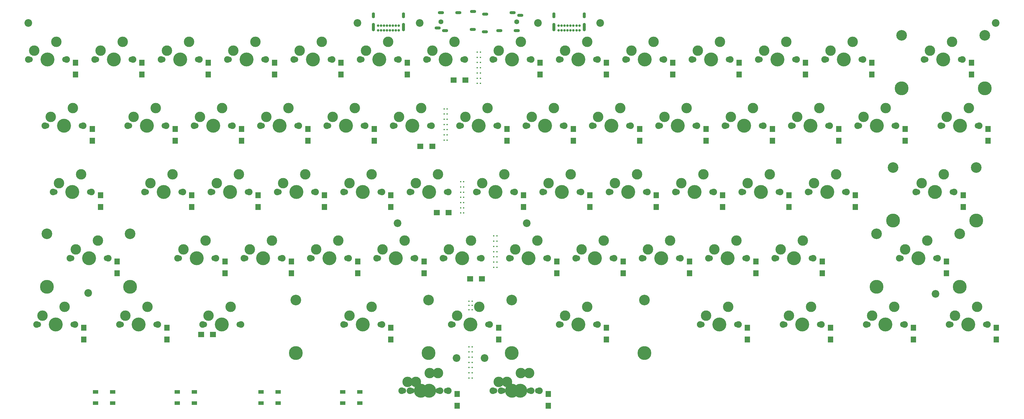
<source format=gts>
%TF.GenerationSoftware,KiCad,Pcbnew,(5.1.10)-1*%
%TF.CreationDate,2022-03-06T16:48:13-07:00*%
%TF.ProjectId,Unit000,556e6974-3030-4302-9e6b-696361645f70,rev?*%
%TF.SameCoordinates,Original*%
%TF.FileFunction,Soldermask,Top*%
%TF.FilePolarity,Negative*%
%FSLAX46Y46*%
G04 Gerber Fmt 4.6, Leading zero omitted, Abs format (unit mm)*
G04 Created by KiCad (PCBNEW (5.1.10)-1) date 2022-03-06 16:48:13*
%MOMM*%
%LPD*%
G01*
G04 APERTURE LIST*
%ADD10C,3.000000*%
%ADD11C,1.900000*%
%ADD12C,0.100000*%
%ADD13C,1.700000*%
%ADD14C,4.000000*%
%ADD15R,1.500000X1.800000*%
%ADD16R,1.500000X1.000000*%
%ADD17R,1.800000X1.500000*%
%ADD18C,1.400000*%
%ADD19O,1.800000X0.900000*%
%ADD20O,0.900000X1.700000*%
%ADD21O,0.900000X2.400000*%
%ADD22C,0.700000*%
%ADD23C,2.200000*%
%ADD24C,3.987800*%
%ADD25C,3.048000*%
%ADD26C,0.400000*%
G04 APERTURE END LIST*
D10*
%TO.C,SW8*%
X161663260Y-38067600D03*
D11*
X164623260Y-43147600D03*
X153623260Y-43147600D03*
D10*
X155313260Y-40607599D03*
D12*
X155298260Y-40567600D03*
D13*
X154043260Y-43147600D03*
X164203260Y-43147600D03*
D14*
X159123260Y-43147600D03*
D15*
X167200460Y-47476500D03*
X167200460Y-44076500D03*
%TD*%
D10*
%TO.C,SW21*%
X152138260Y-57117600D03*
D11*
X155098260Y-62197600D03*
X144098260Y-62197600D03*
D10*
X145788260Y-59657599D03*
D12*
X145773260Y-59617600D03*
D13*
X144518260Y-62197600D03*
X154678260Y-62197600D03*
D14*
X149598260Y-62197600D03*
D15*
X157675460Y-66526500D03*
X157675460Y-63126500D03*
%TD*%
D10*
%TO.C,SW35*%
X156900760Y-76167600D03*
D11*
X159860760Y-81247600D03*
X148860760Y-81247600D03*
D10*
X150550760Y-78707599D03*
D12*
X150535760Y-78667600D03*
D13*
X149280760Y-81247600D03*
X159440760Y-81247600D03*
D14*
X154360760Y-81247600D03*
D15*
X162437960Y-85576500D03*
X162437960Y-82176500D03*
%TD*%
D10*
%TO.C,SW48*%
X166425760Y-95217600D03*
D11*
X169385760Y-100297600D03*
X158385760Y-100297600D03*
D10*
X160075760Y-97757599D03*
D12*
X160060760Y-97717600D03*
D13*
X158805760Y-100297600D03*
X168965760Y-100297600D03*
D14*
X163885760Y-100297600D03*
D15*
X171962960Y-104626500D03*
X171962960Y-101226500D03*
%TD*%
D14*
%TO.C,SW67*%
X159123260Y-138397600D03*
D13*
X164203260Y-138397600D03*
X154043260Y-138397600D03*
D12*
X155298260Y-135817600D03*
D10*
X155313260Y-135857599D03*
D11*
X153623260Y-138397600D03*
X164623260Y-138397600D03*
D10*
X161663260Y-133317600D03*
%TD*%
D14*
%TO.C,SW64*%
X132929510Y-138397600D03*
D13*
X138009510Y-138397600D03*
X127849510Y-138397600D03*
D12*
X129104510Y-135817600D03*
D10*
X129119510Y-135857599D03*
D11*
X127429510Y-138397600D03*
X138429510Y-138397600D03*
D10*
X135469510Y-133317600D03*
%TD*%
D16*
%TO.C,D4*%
X110500000Y-138700000D03*
X110500000Y-141900000D03*
X115400000Y-138700000D03*
X115400000Y-141900000D03*
%TD*%
%TO.C,D3*%
X87050000Y-138700000D03*
X87050000Y-141900000D03*
X91950000Y-138700000D03*
X91950000Y-141900000D03*
%TD*%
%TO.C,D2*%
X63050000Y-138700000D03*
X63050000Y-141900000D03*
X67950000Y-138700000D03*
X67950000Y-141900000D03*
%TD*%
%TO.C,D1*%
X39600000Y-138700000D03*
X39600000Y-141900000D03*
X44500000Y-138700000D03*
X44500000Y-141900000D03*
%TD*%
D14*
%TO.C,SW56*%
X75779510Y-119347600D03*
D13*
X80859510Y-119347600D03*
X70699510Y-119347600D03*
D12*
X71954510Y-116767600D03*
D10*
X71969510Y-116807599D03*
D11*
X70279510Y-119347600D03*
X81279510Y-119347600D03*
D10*
X78319510Y-114267600D03*
%TD*%
D14*
%TO.C,SW7*%
X140073260Y-43147600D03*
D13*
X145153260Y-43147600D03*
X134993260Y-43147600D03*
D12*
X136248260Y-40567600D03*
D10*
X136263260Y-40607599D03*
D11*
X134573260Y-43147600D03*
X145573260Y-43147600D03*
D10*
X142613260Y-38067600D03*
%TD*%
D14*
%TO.C,SW20*%
X130548260Y-62197600D03*
D13*
X135628260Y-62197600D03*
X125468260Y-62197600D03*
D12*
X126723260Y-59617600D03*
D10*
X126738260Y-59657599D03*
D11*
X125048260Y-62197600D03*
X136048260Y-62197600D03*
D10*
X133088260Y-57117600D03*
%TD*%
D14*
%TO.C,SW34*%
X135310760Y-81247600D03*
D13*
X140390760Y-81247600D03*
X130230760Y-81247600D03*
D12*
X131485760Y-78667600D03*
D10*
X131500760Y-78707599D03*
D11*
X129810760Y-81247600D03*
X140810760Y-81247600D03*
D10*
X137850760Y-76167600D03*
%TD*%
D14*
%TO.C,SW47*%
X144835760Y-100297600D03*
D13*
X149915760Y-100297600D03*
X139755760Y-100297600D03*
D12*
X141010760Y-97717600D03*
D10*
X141025760Y-97757599D03*
D11*
X139335760Y-100297600D03*
X150335760Y-100297600D03*
D10*
X147375760Y-95217600D03*
%TD*%
%TO.C,SW55*%
X54507010Y-114267600D03*
D11*
X57467010Y-119347600D03*
X46467010Y-119347600D03*
D10*
X48157010Y-116807599D03*
D12*
X48142010Y-116767600D03*
D13*
X46887010Y-119347600D03*
X57047010Y-119347600D03*
D14*
X51967010Y-119347600D03*
D15*
X60044210Y-123676500D03*
X60044210Y-120276500D03*
%TD*%
D10*
%TO.C,SW6*%
X123563260Y-38067600D03*
D11*
X126523260Y-43147600D03*
X115523260Y-43147600D03*
D10*
X117213260Y-40607599D03*
D12*
X117198260Y-40567600D03*
D13*
X115943260Y-43147600D03*
X126103260Y-43147600D03*
D14*
X121023260Y-43147600D03*
D15*
X129100460Y-47476500D03*
X129100460Y-44076500D03*
%TD*%
D10*
%TO.C,SW15*%
X33075760Y-57117600D03*
D11*
X36035760Y-62197600D03*
X25035760Y-62197600D03*
D10*
X26725760Y-59657599D03*
D12*
X26710760Y-59617600D03*
D13*
X25455760Y-62197600D03*
X35615760Y-62197600D03*
D14*
X30535760Y-62197600D03*
D15*
X38612960Y-66526500D03*
X38612960Y-63126500D03*
%TD*%
D10*
%TO.C,GRV1*%
X28313260Y-38067600D03*
D11*
X31273260Y-43147600D03*
X20273260Y-43147600D03*
D10*
X21963260Y-40607599D03*
D12*
X21948260Y-40567600D03*
D13*
X20693260Y-43147600D03*
X30853260Y-43147600D03*
D14*
X25773260Y-43147600D03*
D15*
X33850460Y-47476500D03*
X33850460Y-44076500D03*
%TD*%
D10*
%TO.C,SW40*%
X252150760Y-76167600D03*
D11*
X255110760Y-81247600D03*
X244110760Y-81247600D03*
D10*
X245800760Y-78707599D03*
D12*
X245785760Y-78667600D03*
D13*
X244530760Y-81247600D03*
X254690760Y-81247600D03*
D14*
X249610760Y-81247600D03*
D15*
X257687960Y-85576500D03*
X257687960Y-82176500D03*
%TD*%
D10*
%TO.C,SW61*%
X245007010Y-114267600D03*
D11*
X247967010Y-119347600D03*
X236967010Y-119347600D03*
D10*
X238657010Y-116807599D03*
D12*
X238642010Y-116767600D03*
D13*
X237387010Y-119347600D03*
X247547010Y-119347600D03*
D14*
X242467010Y-119347600D03*
D15*
X250544210Y-123676500D03*
X250544210Y-120276500D03*
%TD*%
D10*
%TO.C,SW44*%
X90225760Y-95217600D03*
D11*
X93185760Y-100297600D03*
X82185760Y-100297600D03*
D10*
X83875760Y-97757599D03*
D12*
X83860760Y-97717600D03*
D13*
X82605760Y-100297600D03*
X92765760Y-100297600D03*
D14*
X87685760Y-100297600D03*
D15*
X95762960Y-104626500D03*
X95762960Y-101226500D03*
%TD*%
D10*
%TO.C,SW65*%
X137850760Y-133317600D03*
D11*
X140810760Y-138397600D03*
X129810760Y-138397600D03*
D10*
X131500760Y-135857599D03*
D12*
X131485760Y-135817600D03*
D13*
X130230760Y-138397600D03*
X140390760Y-138397600D03*
D14*
X135310760Y-138397600D03*
D15*
X143387960Y-142726500D03*
X143387960Y-139326500D03*
%TD*%
D10*
%TO.C,SW62*%
X268819510Y-114267600D03*
D11*
X271779510Y-119347600D03*
X260779510Y-119347600D03*
D10*
X262469510Y-116807599D03*
D12*
X262454510Y-116767600D03*
D13*
X261199510Y-119347600D03*
X271359510Y-119347600D03*
D14*
X266279510Y-119347600D03*
D15*
X274356710Y-123676500D03*
X274356710Y-120276500D03*
%TD*%
D10*
%TO.C,SW32*%
X99750760Y-76167600D03*
D11*
X102710760Y-81247600D03*
X91710760Y-81247600D03*
D10*
X93400760Y-78707599D03*
D12*
X93385760Y-78667600D03*
D13*
X92130760Y-81247600D03*
X102290760Y-81247600D03*
D14*
X97210760Y-81247600D03*
D15*
X105287960Y-85576500D03*
X105287960Y-82176500D03*
%TD*%
D10*
%TO.C,SW13*%
X256913260Y-38067600D03*
D11*
X259873260Y-43147600D03*
X248873260Y-43147600D03*
D10*
X250563260Y-40607599D03*
D12*
X250548260Y-40567600D03*
D13*
X249293260Y-43147600D03*
X259453260Y-43147600D03*
D14*
X254373260Y-43147600D03*
D15*
X262450460Y-47476500D03*
X262450460Y-44076500D03*
%TD*%
D10*
%TO.C,SW41*%
X283107010Y-76167600D03*
D11*
X286067010Y-81247600D03*
X275067010Y-81247600D03*
D10*
X276757010Y-78707599D03*
D12*
X276742010Y-78667600D03*
D13*
X275487010Y-81247600D03*
X285647010Y-81247600D03*
D14*
X280567010Y-81247600D03*
D15*
X288644210Y-85576500D03*
X288644210Y-82176500D03*
%TD*%
D10*
%TO.C,SW28*%
X290250760Y-57117600D03*
D11*
X293210760Y-62197600D03*
X282210760Y-62197600D03*
D10*
X283900760Y-59657599D03*
D12*
X283885760Y-59617600D03*
D13*
X282630760Y-62197600D03*
X292790760Y-62197600D03*
D14*
X287710760Y-62197600D03*
D15*
X295787960Y-66526500D03*
X295787960Y-63126500D03*
%TD*%
D10*
%TO.C,SW4*%
X85463260Y-38067600D03*
D11*
X88423260Y-43147600D03*
X77423260Y-43147600D03*
D10*
X79113260Y-40607599D03*
D12*
X79098260Y-40567600D03*
D13*
X77843260Y-43147600D03*
X88003260Y-43147600D03*
D14*
X82923260Y-43147600D03*
D15*
X91000460Y-47476500D03*
X91000460Y-44076500D03*
%TD*%
D10*
%TO.C,SW54*%
X30694510Y-114267600D03*
D11*
X33654510Y-119347600D03*
X22654510Y-119347600D03*
D10*
X24344510Y-116807599D03*
D12*
X24329510Y-116767600D03*
D13*
X23074510Y-119347600D03*
X33234510Y-119347600D03*
D14*
X28154510Y-119347600D03*
D15*
X36231710Y-123676500D03*
X36231710Y-120276500D03*
%TD*%
D10*
%TO.C,SW53*%
X278344510Y-95217600D03*
D11*
X281304510Y-100297600D03*
X270304510Y-100297600D03*
D10*
X271994510Y-97757599D03*
D12*
X271979510Y-97717600D03*
D13*
X270724510Y-100297600D03*
X280884510Y-100297600D03*
D14*
X275804510Y-100297600D03*
D15*
X283881710Y-104626500D03*
X283881710Y-101226500D03*
%TD*%
D10*
%TO.C,SW42*%
X40219510Y-95217600D03*
D11*
X43179510Y-100297600D03*
X32179510Y-100297600D03*
D10*
X33869510Y-97757599D03*
D12*
X33854510Y-97717600D03*
D13*
X32599510Y-100297600D03*
X42759510Y-100297600D03*
D14*
X37679510Y-100297600D03*
D15*
X45756710Y-104626500D03*
X45756710Y-101226500D03*
%TD*%
D10*
%TO.C,SW14*%
X285488260Y-38067600D03*
D11*
X288448260Y-43147600D03*
X277448260Y-43147600D03*
D10*
X279138260Y-40607599D03*
D12*
X279123260Y-40567600D03*
D13*
X277868260Y-43147600D03*
X288028260Y-43147600D03*
D14*
X282948260Y-43147600D03*
D15*
X291025460Y-47476500D03*
X291025460Y-44076500D03*
%TD*%
D10*
%TO.C,SW57*%
X149757010Y-114267600D03*
D11*
X152717010Y-119347600D03*
X141717010Y-119347600D03*
D10*
X143407010Y-116807599D03*
D12*
X143392010Y-116767600D03*
D13*
X142137010Y-119347600D03*
X152297010Y-119347600D03*
D14*
X147217010Y-119347600D03*
D15*
X155294210Y-123676500D03*
X155294210Y-120276500D03*
%TD*%
D10*
%TO.C,SW58*%
X118800760Y-114267600D03*
D11*
X121760760Y-119347600D03*
X110760760Y-119347600D03*
D10*
X112450760Y-116807599D03*
D12*
X112435760Y-116767600D03*
D13*
X111180760Y-119347600D03*
X121340760Y-119347600D03*
D14*
X116260760Y-119347600D03*
D15*
X124337960Y-123676500D03*
X124337960Y-120276500D03*
%TD*%
D10*
%TO.C,SW59*%
X180713260Y-114267600D03*
D11*
X183673260Y-119347600D03*
X172673260Y-119347600D03*
D10*
X174363260Y-116807599D03*
D12*
X174348260Y-116767600D03*
D13*
X173093260Y-119347600D03*
X183253260Y-119347600D03*
D14*
X178173260Y-119347600D03*
D15*
X186250460Y-123676500D03*
X186250460Y-120276500D03*
%TD*%
D10*
%TO.C,SW29*%
X35457010Y-76167600D03*
D11*
X38417010Y-81247600D03*
X27417010Y-81247600D03*
D10*
X29107010Y-78707599D03*
D12*
X29092010Y-78667600D03*
D13*
X27837010Y-81247600D03*
X37997010Y-81247600D03*
D14*
X32917010Y-81247600D03*
D15*
X40994210Y-85576500D03*
X40994210Y-82176500D03*
%TD*%
D10*
%TO.C,SW63*%
X292632010Y-114267600D03*
D11*
X295592010Y-119347600D03*
X284592010Y-119347600D03*
D10*
X286282010Y-116807599D03*
D12*
X286267010Y-116767600D03*
D13*
X285012010Y-119347600D03*
X295172010Y-119347600D03*
D14*
X290092010Y-119347600D03*
D15*
X298169210Y-123676500D03*
X298169210Y-120276500D03*
%TD*%
D10*
%TO.C,SW60*%
X221194510Y-114267600D03*
D11*
X224154510Y-119347600D03*
X213154510Y-119347600D03*
D10*
X214844510Y-116807599D03*
D12*
X214829510Y-116767600D03*
D13*
X213574510Y-119347600D03*
X223734510Y-119347600D03*
D14*
X218654510Y-119347600D03*
D15*
X226731710Y-123676500D03*
X226731710Y-120276500D03*
%TD*%
D10*
%TO.C,SW66*%
X164044510Y-133317600D03*
D11*
X167004510Y-138397600D03*
X156004510Y-138397600D03*
D10*
X157694510Y-135857599D03*
D12*
X157679510Y-135817600D03*
D13*
X156424510Y-138397600D03*
X166584510Y-138397600D03*
D14*
X161504510Y-138397600D03*
D15*
X169581710Y-142726500D03*
X169581710Y-139326500D03*
%TD*%
D10*
%TO.C,SW52*%
X242625760Y-95217600D03*
D11*
X245585760Y-100297600D03*
X234585760Y-100297600D03*
D10*
X236275760Y-97757599D03*
D12*
X236260760Y-97717600D03*
D13*
X235005760Y-100297600D03*
X245165760Y-100297600D03*
D14*
X240085760Y-100297600D03*
D15*
X248162960Y-104626500D03*
X248162960Y-101226500D03*
%TD*%
D10*
%TO.C,SW5*%
X104513260Y-38067600D03*
D11*
X107473260Y-43147600D03*
X96473260Y-43147600D03*
D10*
X98163260Y-40607599D03*
D12*
X98148260Y-40567600D03*
D13*
X96893260Y-43147600D03*
X107053260Y-43147600D03*
D14*
X101973260Y-43147600D03*
D15*
X110050460Y-47476500D03*
X110050460Y-44076500D03*
%TD*%
D10*
%TO.C,SW50*%
X204525760Y-95217600D03*
D11*
X207485760Y-100297600D03*
X196485760Y-100297600D03*
D10*
X198175760Y-97757599D03*
D12*
X198160760Y-97717600D03*
D13*
X196905760Y-100297600D03*
X207065760Y-100297600D03*
D14*
X201985760Y-100297600D03*
D15*
X210062960Y-104626500D03*
X210062960Y-101226500D03*
%TD*%
D10*
%TO.C,SW51*%
X223575760Y-95217600D03*
D11*
X226535760Y-100297600D03*
X215535760Y-100297600D03*
D10*
X217225760Y-97757599D03*
D12*
X217210760Y-97717600D03*
D13*
X215955760Y-100297600D03*
X226115760Y-100297600D03*
D14*
X221035760Y-100297600D03*
D15*
X229112960Y-104626500D03*
X229112960Y-101226500D03*
%TD*%
D10*
%TO.C,SW43*%
X71175760Y-95217600D03*
D11*
X74135760Y-100297600D03*
X63135760Y-100297600D03*
D10*
X64825760Y-97757599D03*
D12*
X64810760Y-97717600D03*
D13*
X63555760Y-100297600D03*
X73715760Y-100297600D03*
D14*
X68635760Y-100297600D03*
D15*
X76712960Y-104626500D03*
X76712960Y-101226500D03*
%TD*%
D10*
%TO.C,SW49*%
X185475760Y-95217600D03*
D11*
X188435760Y-100297600D03*
X177435760Y-100297600D03*
D10*
X179125760Y-97757599D03*
D12*
X179110760Y-97717600D03*
D13*
X177855760Y-100297600D03*
X188015760Y-100297600D03*
D14*
X182935760Y-100297600D03*
D15*
X191012960Y-104626500D03*
X191012960Y-101226500D03*
%TD*%
D10*
%TO.C,SW45*%
X109275760Y-95217600D03*
D11*
X112235760Y-100297600D03*
X101235760Y-100297600D03*
D10*
X102925760Y-97757599D03*
D12*
X102910760Y-97717600D03*
D13*
X101655760Y-100297600D03*
X111815760Y-100297600D03*
D14*
X106735760Y-100297600D03*
D15*
X114812960Y-104626500D03*
X114812960Y-101226500D03*
%TD*%
D10*
%TO.C,SW46*%
X128325760Y-95217600D03*
D11*
X131285760Y-100297600D03*
X120285760Y-100297600D03*
D10*
X121975760Y-97757599D03*
D12*
X121960760Y-97717600D03*
D13*
X120705760Y-100297600D03*
X130865760Y-100297600D03*
D14*
X125785760Y-100297600D03*
D15*
X133862960Y-104626500D03*
X133862960Y-101226500D03*
%TD*%
D10*
%TO.C,SW33*%
X118800760Y-76167600D03*
D11*
X121760760Y-81247600D03*
X110760760Y-81247600D03*
D10*
X112450760Y-78707599D03*
D12*
X112435760Y-78667600D03*
D13*
X111180760Y-81247600D03*
X121340760Y-81247600D03*
D14*
X116260760Y-81247600D03*
D15*
X124337960Y-85576500D03*
X124337960Y-82176500D03*
%TD*%
D10*
%TO.C,SW30*%
X61650760Y-76167600D03*
D11*
X64610760Y-81247600D03*
X53610760Y-81247600D03*
D10*
X55300760Y-78707599D03*
D12*
X55285760Y-78667600D03*
D13*
X54030760Y-81247600D03*
X64190760Y-81247600D03*
D14*
X59110760Y-81247600D03*
D15*
X67187960Y-85576500D03*
X67187960Y-82176500D03*
%TD*%
D10*
%TO.C,SW37*%
X195000760Y-76167600D03*
D11*
X197960760Y-81247600D03*
X186960760Y-81247600D03*
D10*
X188650760Y-78707599D03*
D12*
X188635760Y-78667600D03*
D13*
X187380760Y-81247600D03*
X197540760Y-81247600D03*
D14*
X192460760Y-81247600D03*
D15*
X200537960Y-85576500D03*
X200537960Y-82176500D03*
%TD*%
D10*
%TO.C,SW38*%
X214050760Y-76167600D03*
D11*
X217010760Y-81247600D03*
X206010760Y-81247600D03*
D10*
X207700760Y-78707599D03*
D12*
X207685760Y-78667600D03*
D13*
X206430760Y-81247600D03*
X216590760Y-81247600D03*
D14*
X211510760Y-81247600D03*
D15*
X219587960Y-85576500D03*
X219587960Y-82176500D03*
%TD*%
D10*
%TO.C,SW39*%
X233100760Y-76167600D03*
D11*
X236060760Y-81247600D03*
X225060760Y-81247600D03*
D10*
X226750760Y-78707599D03*
D12*
X226735760Y-78667600D03*
D13*
X225480760Y-81247600D03*
X235640760Y-81247600D03*
D14*
X230560760Y-81247600D03*
D15*
X238637960Y-85576500D03*
X238637960Y-82176500D03*
%TD*%
D10*
%TO.C,SW27*%
X266438260Y-57117600D03*
D11*
X269398260Y-62197600D03*
X258398260Y-62197600D03*
D10*
X260088260Y-59657599D03*
D12*
X260073260Y-59617600D03*
D13*
X258818260Y-62197600D03*
X268978260Y-62197600D03*
D14*
X263898260Y-62197600D03*
D15*
X271975460Y-66526500D03*
X271975460Y-63126500D03*
%TD*%
D10*
%TO.C,SW36*%
X175950760Y-76167600D03*
D11*
X178910760Y-81247600D03*
X167910760Y-81247600D03*
D10*
X169600760Y-78707599D03*
D12*
X169585760Y-78667600D03*
D13*
X168330760Y-81247600D03*
X178490760Y-81247600D03*
D14*
X173410760Y-81247600D03*
D15*
X181487960Y-85576500D03*
X181487960Y-82176500D03*
%TD*%
D10*
%TO.C,SW3*%
X66413260Y-38067600D03*
D11*
X69373260Y-43147600D03*
X58373260Y-43147600D03*
D10*
X60063260Y-40607599D03*
D12*
X60048260Y-40567600D03*
D13*
X58793260Y-43147600D03*
X68953260Y-43147600D03*
D14*
X63873260Y-43147600D03*
D15*
X71950460Y-47476500D03*
X71950460Y-44076500D03*
%TD*%
D10*
%TO.C,SW31*%
X80700760Y-76167600D03*
D11*
X83660760Y-81247600D03*
X72660760Y-81247600D03*
D10*
X74350760Y-78707599D03*
D12*
X74335760Y-78667600D03*
D13*
X73080760Y-81247600D03*
X83240760Y-81247600D03*
D14*
X78160760Y-81247600D03*
D15*
X86237960Y-85576500D03*
X86237960Y-82176500D03*
%TD*%
D10*
%TO.C,SW12*%
X237863260Y-38067600D03*
D11*
X240823260Y-43147600D03*
X229823260Y-43147600D03*
D10*
X231513260Y-40607599D03*
D12*
X231498260Y-40567600D03*
D13*
X230243260Y-43147600D03*
X240403260Y-43147600D03*
D14*
X235323260Y-43147600D03*
D15*
X243400460Y-47476500D03*
X243400460Y-44076500D03*
%TD*%
D10*
%TO.C,SW16*%
X56888260Y-57117600D03*
D11*
X59848260Y-62197600D03*
X48848260Y-62197600D03*
D10*
X50538260Y-59657599D03*
D12*
X50523260Y-59617600D03*
D13*
X49268260Y-62197600D03*
X59428260Y-62197600D03*
D14*
X54348260Y-62197600D03*
D15*
X62425460Y-66526500D03*
X62425460Y-63126500D03*
%TD*%
D10*
%TO.C,SW17*%
X75938260Y-57117600D03*
D11*
X78898260Y-62197600D03*
X67898260Y-62197600D03*
D10*
X69588260Y-59657599D03*
D12*
X69573260Y-59617600D03*
D13*
X68318260Y-62197600D03*
X78478260Y-62197600D03*
D14*
X73398260Y-62197600D03*
D15*
X81475460Y-66526500D03*
X81475460Y-63126500D03*
%TD*%
D10*
%TO.C,K_1*%
X47363260Y-38067600D03*
D11*
X50323260Y-43147600D03*
X39323260Y-43147600D03*
D10*
X41013260Y-40607599D03*
D12*
X40998260Y-40567600D03*
D13*
X39743260Y-43147600D03*
X49903260Y-43147600D03*
D14*
X44823260Y-43147600D03*
D15*
X52900460Y-47476500D03*
X52900460Y-44076500D03*
%TD*%
D10*
%TO.C,SW26*%
X247388260Y-57117600D03*
D11*
X250348260Y-62197600D03*
X239348260Y-62197600D03*
D10*
X241038260Y-59657599D03*
D12*
X241023260Y-59617600D03*
D13*
X239768260Y-62197600D03*
X249928260Y-62197600D03*
D14*
X244848260Y-62197600D03*
D15*
X252925460Y-66526500D03*
X252925460Y-63126500D03*
%TD*%
D10*
%TO.C,SW22*%
X171188260Y-57117600D03*
D11*
X174148260Y-62197600D03*
X163148260Y-62197600D03*
D10*
X164838260Y-59657599D03*
D12*
X164823260Y-59617600D03*
D13*
X163568260Y-62197600D03*
X173728260Y-62197600D03*
D14*
X168648260Y-62197600D03*
D15*
X176725460Y-66526500D03*
X176725460Y-63126500D03*
%TD*%
D10*
%TO.C,SW24*%
X209288260Y-57117600D03*
D11*
X212248260Y-62197600D03*
X201248260Y-62197600D03*
D10*
X202938260Y-59657599D03*
D12*
X202923260Y-59617600D03*
D13*
X201668260Y-62197600D03*
X211828260Y-62197600D03*
D14*
X206748260Y-62197600D03*
D15*
X214825460Y-66526500D03*
X214825460Y-63126500D03*
%TD*%
D10*
%TO.C,SW23*%
X190238260Y-57117600D03*
D11*
X193198260Y-62197600D03*
X182198260Y-62197600D03*
D10*
X183888260Y-59657599D03*
D12*
X183873260Y-59617600D03*
D13*
X182618260Y-62197600D03*
X192778260Y-62197600D03*
D14*
X187698260Y-62197600D03*
D15*
X195775460Y-66526500D03*
X195775460Y-63126500D03*
%TD*%
D10*
%TO.C,SW18*%
X94988260Y-57117600D03*
D11*
X97948260Y-62197600D03*
X86948260Y-62197600D03*
D10*
X88638260Y-59657599D03*
D12*
X88623260Y-59617600D03*
D13*
X87368260Y-62197600D03*
X97528260Y-62197600D03*
D14*
X92448260Y-62197600D03*
D15*
X100525460Y-66526500D03*
X100525460Y-63126500D03*
%TD*%
D10*
%TO.C,SW19*%
X114038260Y-57117600D03*
D11*
X116998260Y-62197600D03*
X105998260Y-62197600D03*
D10*
X107688260Y-59657599D03*
D12*
X107673260Y-59617600D03*
D13*
X106418260Y-62197600D03*
X116578260Y-62197600D03*
D14*
X111498260Y-62197600D03*
D15*
X119575460Y-66526500D03*
X119575460Y-63126500D03*
%TD*%
D10*
%TO.C,SW11*%
X218813260Y-38067600D03*
D11*
X221773260Y-43147600D03*
X210773260Y-43147600D03*
D10*
X212463260Y-40607599D03*
D12*
X212448260Y-40567600D03*
D13*
X211193260Y-43147600D03*
X221353260Y-43147600D03*
D14*
X216273260Y-43147600D03*
D15*
X224350460Y-47476500D03*
X224350460Y-44076500D03*
%TD*%
D10*
%TO.C,SW10*%
X199763260Y-38067600D03*
D11*
X202723260Y-43147600D03*
X191723260Y-43147600D03*
D10*
X193413260Y-40607599D03*
D12*
X193398260Y-40567600D03*
D13*
X192143260Y-43147600D03*
X202303260Y-43147600D03*
D14*
X197223260Y-43147600D03*
D15*
X205300460Y-47476500D03*
X205300460Y-44076500D03*
%TD*%
D10*
%TO.C,SW25*%
X228338260Y-57117600D03*
D11*
X231298260Y-62197600D03*
X220298260Y-62197600D03*
D10*
X221988260Y-59657599D03*
D12*
X221973260Y-59617600D03*
D13*
X220718260Y-62197600D03*
X230878260Y-62197600D03*
D14*
X225798260Y-62197600D03*
D15*
X233875460Y-66526500D03*
X233875460Y-63126500D03*
%TD*%
D10*
%TO.C,SW9*%
X180713260Y-38067600D03*
D11*
X183673260Y-43147600D03*
X172673260Y-43147600D03*
D10*
X174363260Y-40607599D03*
D12*
X174348260Y-40567600D03*
D13*
X173093260Y-43147600D03*
X183253260Y-43147600D03*
D14*
X178173260Y-43147600D03*
D15*
X186250460Y-47476500D03*
X186250460Y-44076500D03*
%TD*%
D17*
%TO.C,D1*%
X69868300Y-122215000D03*
X73268300Y-122215000D03*
%TD*%
%TO.C,D1*%
X142336700Y-49066000D03*
X145736700Y-49066000D03*
%TD*%
%TO.C,D1*%
X132836700Y-68066000D03*
X136236700Y-68066000D03*
%TD*%
%TO.C,D1*%
X137536700Y-87166000D03*
X140936700Y-87166000D03*
%TD*%
%TO.C,D1*%
X147068300Y-106165000D03*
X150468300Y-106165000D03*
%TD*%
D18*
%TO.C,J2*%
X160500000Y-32250000D03*
D19*
X160500000Y-34850000D03*
X161500000Y-30450000D03*
X159300000Y-29650000D03*
X155500000Y-34850000D03*
X151400000Y-30050000D03*
X151300000Y-35150000D03*
%TD*%
D18*
%TO.C,J1*%
X138750000Y-32250000D03*
D19*
X138750000Y-29650000D03*
X137750000Y-34050000D03*
X139950000Y-34850000D03*
X143750000Y-29650000D03*
X147850000Y-34450000D03*
X147950000Y-29350000D03*
%TD*%
D20*
%TO.C,P2*%
X179830000Y-30390000D03*
X171180000Y-30390000D03*
D21*
X179830000Y-33770000D03*
X171180000Y-33770000D03*
D22*
X175930000Y-33400000D03*
X178480000Y-33400000D03*
X177630000Y-33400000D03*
X176780000Y-33400000D03*
X172530000Y-33400000D03*
X174230000Y-33400000D03*
X175080000Y-33400000D03*
X173380000Y-33400000D03*
X178480000Y-34750000D03*
X177630000Y-34750000D03*
X176780000Y-34750000D03*
X175930000Y-34750000D03*
X175080000Y-34750000D03*
X174230000Y-34750000D03*
X173380000Y-34750000D03*
X172530000Y-34750000D03*
%TD*%
D20*
%TO.C,P1*%
X128000000Y-30390000D03*
X119350000Y-30390000D03*
D21*
X128000000Y-33770000D03*
X119350000Y-33770000D03*
D22*
X124100000Y-33400000D03*
X126650000Y-33400000D03*
X125800000Y-33400000D03*
X124950000Y-33400000D03*
X120700000Y-33400000D03*
X122400000Y-33400000D03*
X123250000Y-33400000D03*
X121550000Y-33400000D03*
X126650000Y-34750000D03*
X125800000Y-34750000D03*
X124950000Y-34750000D03*
X124100000Y-34750000D03*
X123250000Y-34750000D03*
X122400000Y-34750000D03*
X121550000Y-34750000D03*
X120700000Y-34750000D03*
%TD*%
D23*
%TO.C,REF\u002A\u002A*%
X184430000Y-32622000D03*
%TD*%
D24*
%TO.C,ST58*%
X97096460Y-127564500D03*
D25*
X97096460Y-112324500D03*
D24*
X135196460Y-127564500D03*
D25*
X135196460Y-112324500D03*
%TD*%
D26*
%TO.C,REF\u002A\u002A*%
X147662500Y-112600000D03*
X146762500Y-112600000D03*
X146762500Y-115100000D03*
X147662500Y-115100000D03*
X147662500Y-113850000D03*
X146762500Y-113850000D03*
%TD*%
%TO.C,REF\u002A\u002A*%
X146762500Y-130210000D03*
X147662500Y-130210000D03*
X147662500Y-131710000D03*
X146762500Y-131710000D03*
X147662500Y-133210000D03*
X146762500Y-134710000D03*
X146762500Y-128710000D03*
X147662500Y-128710000D03*
X146762500Y-127210000D03*
X147662500Y-127210000D03*
X146762500Y-133210000D03*
X147662500Y-134710000D03*
X146762500Y-125710000D03*
X147662500Y-125710000D03*
%TD*%
%TO.C,REF\u002A\u002A*%
X154807000Y-93870000D03*
X153907000Y-93870000D03*
X154807000Y-102870000D03*
X153907000Y-101370000D03*
X154807000Y-95370000D03*
X153907000Y-95370000D03*
X154807000Y-96870000D03*
X153907000Y-96870000D03*
X153907000Y-102870000D03*
X154807000Y-101370000D03*
X153907000Y-99870000D03*
X154807000Y-99870000D03*
X154807000Y-98370000D03*
X153907000Y-98370000D03*
%TD*%
%TO.C,REF\u002A\u002A*%
X145282000Y-78270000D03*
X144382000Y-78270000D03*
X145282000Y-87270000D03*
X144382000Y-85770000D03*
X145282000Y-79770000D03*
X144382000Y-79770000D03*
X145282000Y-81270000D03*
X144382000Y-81270000D03*
X144382000Y-87270000D03*
X145282000Y-85770000D03*
X144382000Y-84270000D03*
X145282000Y-84270000D03*
X145282000Y-82770000D03*
X144382000Y-82770000D03*
%TD*%
%TO.C,REF\u002A\u002A*%
X140519500Y-57300000D03*
X139619500Y-57300000D03*
X140519500Y-66300000D03*
X139619500Y-64800000D03*
X140519500Y-58800000D03*
X139619500Y-58800000D03*
X140519500Y-60300000D03*
X139619500Y-60300000D03*
X139619500Y-66300000D03*
X140519500Y-64800000D03*
X139619500Y-63300000D03*
X140519500Y-63300000D03*
X140519500Y-61800000D03*
X139619500Y-61800000D03*
%TD*%
%TO.C,REF\u002A\u002A*%
X150044500Y-41000000D03*
X149144500Y-41000000D03*
X150044500Y-50000000D03*
X149144500Y-48500000D03*
X150044500Y-42500000D03*
X149144500Y-42500000D03*
X150044500Y-44000000D03*
X149144500Y-44000000D03*
X149144500Y-50000000D03*
X150044500Y-48500000D03*
X149144500Y-47000000D03*
X150044500Y-47000000D03*
X150044500Y-45500000D03*
X149144500Y-45500000D03*
%TD*%
D23*
%TO.C,REF\u002A\u002A*%
X163350000Y-90200000D03*
%TD*%
%TO.C,REF\u002A\u002A*%
X126300000Y-90200000D03*
%TD*%
%TO.C,REF\u002A\u002A*%
X151212500Y-129000000D03*
%TD*%
%TO.C,REF\u002A\u002A*%
X143212500Y-129000000D03*
%TD*%
%TO.C,REF\u002A\u002A*%
X280750000Y-110500000D03*
%TD*%
%TO.C,REF\u002A\u002A*%
X37500000Y-110250000D03*
%TD*%
%TO.C,REF\u002A\u002A*%
X166580000Y-32622000D03*
%TD*%
%TO.C,REF\u002A\u002A*%
X297995000Y-32622000D03*
%TD*%
%TO.C,REF\u002A\u002A*%
X20245084Y-32622000D03*
%TD*%
%TO.C,REF\u002A\u002A*%
X132600000Y-32622000D03*
%TD*%
%TO.C,REF\u002A\u002A*%
X114750000Y-32622000D03*
%TD*%
D24*
%TO.C,ST59*%
X159008960Y-127564500D03*
D25*
X159008960Y-112324500D03*
D24*
X197108960Y-127564500D03*
D25*
X197108960Y-112324500D03*
%TD*%
D24*
%TO.C,ST14*%
X271005960Y-51404500D03*
X294881960Y-51404500D03*
D25*
X271005960Y-36164500D03*
X294881960Y-36164500D03*
%TD*%
D24*
%TO.C,ST53*%
X263752210Y-108514500D03*
X287628210Y-108514500D03*
D25*
X263752210Y-93274500D03*
X287628210Y-93274500D03*
%TD*%
D24*
%TO.C,ST41*%
X268514710Y-89464500D03*
X292390710Y-89464500D03*
D25*
X268514710Y-74224500D03*
X292390710Y-74224500D03*
%TD*%
D24*
%TO.C,ST42*%
X25627210Y-108514500D03*
X49503210Y-108514500D03*
D25*
X25627210Y-93274500D03*
X49503210Y-93274500D03*
%TD*%
M02*

</source>
